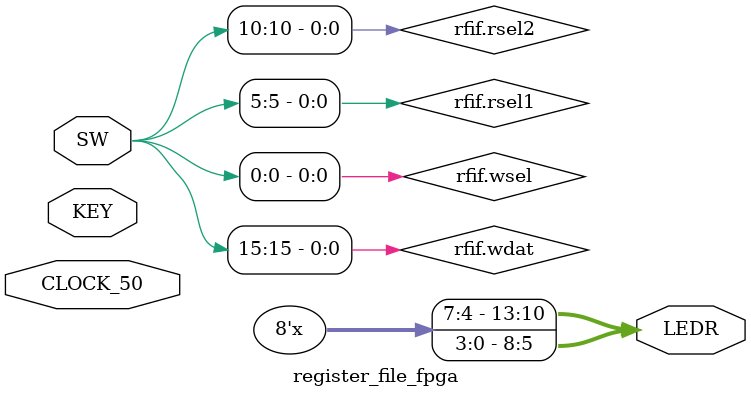
<source format=sv>
/*
  Eric Villasenor
  evillase@gmail.com

  register file fpga wrapper
*/

// interface
`include "register_file_if.vh"

module register_file_fpga (
  input logic CLOCK_50,
  input logic [3:0] KEY,
  input logic [17:0] SW,
  output logic [17:0] LEDR
);

  // interface
  register_file_if rfif();
  // rf
  register_file RF(CLOCK_50, KEY[2], rfif);



assign rfif.wsel = SW[4:0];
assign rfif.rsel1 = SW[9:5];
assign rfif.rsel2 = SW[14:10];
assign rfif.wdat = {29'b0,SW[17:15]};

assign rfif.WEN = ~KEY[3];

assign LEDR[8:5] = rfif.rdat1[3:0];
assign LEDR[13:10] = rfif.rdat2[3:0];

endmodule
</source>
